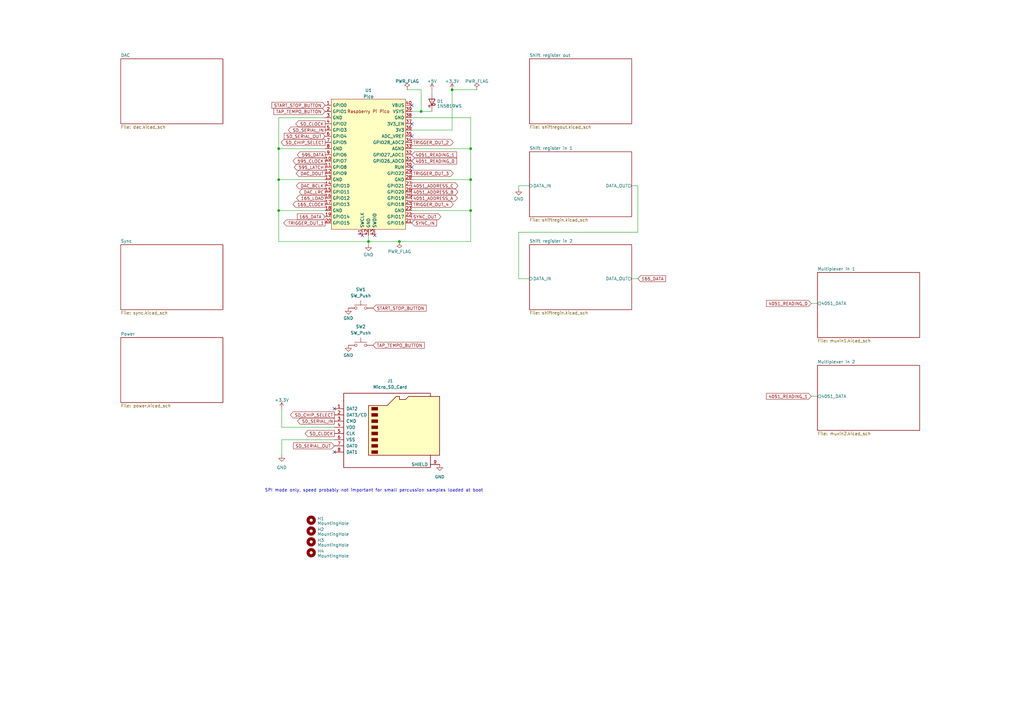
<source format=kicad_sch>
(kicad_sch (version 20230121) (generator eeschema)
  (paper "A3")
  (title_block (title "Drumkid") (rev "2.00"))
  (lib_symbols
    (symbol "Connector:Micro_SD_Card" (pin_names (offset 1.016))
      (property "Reference" "J" (at -16.51 15.24 0))
      (property "Value" "Micro_SD_Card" (at 16.51 15.24 0))
      (symbol "Micro_SD_Card_0_1"
        (rectangle (start -7.62 -9.525) (end -5.08 -10.795) (fill (type outline)))
        (rectangle (start -7.62 -6.985) (end -5.08 -8.255) (fill (type outline)))
        (rectangle (start -7.62 -4.445) (end -5.08 -5.715) (fill (type outline)))
        (rectangle (start -7.62 -1.905) (end -5.08 -3.175) (fill (type outline)))
        (rectangle (start -7.62 0.635) (end -5.08 -0.635) (fill (type outline)))
        (rectangle (start -7.62 3.175) (end -5.08 1.905) (fill (type outline)))
        (rectangle (start -7.62 5.715) (end -5.08 4.445) (fill (type outline)))
        (rectangle (start -7.62 8.255) (end -5.08 6.985) (fill (type outline)))
        (polyline (pts (xy 16.51 12.7) (xy 16.51 13.97) (xy -19.05 13.97) (xy -19.05 -16.51) (xy 16.51 -16.51) (xy 16.51 -11.43)) (stroke (width 0.254)))
        (polyline (pts (xy -8.89 -11.43) (xy -8.89 8.89) (xy -1.27 8.89) (xy 2.54 12.7) (xy 3.81 12.7) (xy 3.81 11.43) (xy 6.35 11.43) (xy 7.62 12.7) (xy 20.32 12.7) (xy 20.32 -11.43) (xy -8.89 -11.43)) (stroke (width 0.254)) (fill (type background)))
      )
      (symbol "Micro_SD_Card_1_1"
        (pin bidirectional line (at -22.86 7.62 0) (length 3.81) (name "DAT2") (number "1"))
        (pin bidirectional line (at -22.86 5.08 0) (length 3.81) (name "DAT3/CD") (number "2"))
        (pin input line (at -22.86 2.54 0) (length 3.81) (name "CMD") (number "3"))
        (pin power_in line (at -22.86 0 0) (length 3.81) (name "VDD") (number "4"))
        (pin input line (at -22.86 -2.54 0) (length 3.81) (name "CLK") (number "5"))
        (pin power_in line (at -22.86 -5.08 0) (length 3.81) (name "VSS") (number "6"))
        (pin bidirectional line (at -22.86 -7.62 0) (length 3.81) (name "DAT0") (number "7"))
        (pin bidirectional line (at -22.86 -10.16 0) (length 3.81) (name "DAT1") (number "8"))
        (pin passive line (at 20.32 -15.24 180) (length 3.81) (name "SHIELD") (number "9"))
      )
    )
    (symbol "Diode:1N5819WS" (pin_numbers hide) (pin_names (offset 1.016) hide)
      (property "Reference" "D" (at 0 2.54 0))
      (property "Value" "1N5819WS" (at 0 -2.54 0))
      (symbol "1N5819WS_0_1"
        (polyline (pts (xy 1.27 0) (xy -1.27 0)))
        (polyline (pts (xy 1.27 1.27) (xy 1.27 -1.27) (xy -1.27 0) (xy 1.27 1.27)) (stroke (width 0.254)))
        (polyline (pts (xy -1.905 0.635) (xy -1.905 1.27) (xy -1.27 1.27) (xy -1.27 -1.27) (xy -0.635 -1.27) (xy -0.635 -0.635)) (stroke (width 0.254)))
      )
      (symbol "1N5819WS_1_1"
        (pin passive line (at -3.81 0 0) (length 2.54) (name "K") (number "1"))
        (pin passive line (at 3.81 0 180) (length 2.54) (name "A") (number "2"))
      )
    )
    (symbol "MCU_RaspberryPi_and_Boards:Pico"
      (property "Reference" "U" (at -13.97 27.94 0))
      (property "Value" "Pico" (at 0 19.05 0))
      (symbol "Pico_0_0"
        (text "Raspberry Pi Pico" (at 0 21.59 0) (effects (font (size 1.27 1.27))))
      )
      (symbol "Pico_0_1"
        (rectangle (start -15.24 26.67) (end 15.24 -26.67) (fill (type background)))
      )
      (symbol "Pico_1_1"
        (pin bidirectional line (at -17.78 24.13 0) (length 2.54) (name "GPIO0") (number "1"))
        (pin bidirectional line (at -17.78 1.27 0) (length 2.54) (name "GPIO7") (number "10"))
        (pin bidirectional line (at -17.78 -1.27 0) (length 2.54) (name "GPIO8") (number "11"))
        (pin bidirectional line (at -17.78 -3.81 0) (length 2.54) (name "GPIO9") (number "12"))
        (pin power_in line (at -17.78 -6.35 0) (length 2.54) (name "GND") (number "13"))
        (pin bidirectional line (at -17.78 -8.89 0) (length 2.54) (name "GPIO10") (number "14"))
        (pin bidirectional line (at -17.78 -11.43 0) (length 2.54) (name "GPIO11") (number "15"))
        (pin bidirectional line (at -17.78 -13.97 0) (length 2.54) (name "GPIO12") (number "16"))
        (pin bidirectional line (at -17.78 -16.51 0) (length 2.54) (name "GPIO13") (number "17"))
        (pin power_in line (at -17.78 -19.05 0) (length 2.54) (name "GND") (number "18"))
        (pin bidirectional line (at -17.78 -21.59 0) (length 2.54) (name "GPIO14") (number "19"))
        (pin bidirectional line (at -17.78 21.59 0) (length 2.54) (name "GPIO1") (number "2"))
        (pin bidirectional line (at -17.78 -24.13 0) (length 2.54) (name "GPIO15") (number "20"))
        (pin bidirectional line (at 17.78 -24.13 180) (length 2.54) (name "GPIO16") (number "21"))
        (pin bidirectional line (at 17.78 -21.59 180) (length 2.54) (name "GPIO17") (number "22"))
        (pin power_in line (at 17.78 -19.05 180) (length 2.54) (name "GND") (number "23"))
        (pin bidirectional line (at 17.78 -16.51 180) (length 2.54) (name "GPIO18") (number "24"))
        (pin bidirectional line (at 17.78 -13.97 180) (length 2.54) (name "GPIO19") (number "25"))
        (pin bidirectional line (at 17.78 -11.43 180) (length 2.54) (name "GPIO20") (number "26"))
        (pin bidirectional line (at 17.78 -8.89 180) (length 2.54) (name "GPIO21") (number "27"))
        (pin power_in line (at 17.78 -6.35 180) (length 2.54) (name "GND") (number "28"))
        (pin bidirectional line (at 17.78 -3.81 180) (length 2.54) (name "GPIO22") (number "29"))
        (pin power_in line (at -17.78 19.05 0) (length 2.54) (name "GND") (number "3"))
        (pin input line (at 17.78 -1.27 180) (length 2.54) (name "RUN") (number "30"))
        (pin bidirectional line (at 17.78 1.27 180) (length 2.54) (name "GPIO26_ADC0") (number "31"))
        (pin bidirectional line (at 17.78 3.81 180) (length 2.54) (name "GPIO27_ADC1") (number "32"))
        (pin power_in line (at 17.78 6.35 180) (length 2.54) (name "AGND") (number "33"))
        (pin bidirectional line (at 17.78 8.89 180) (length 2.54) (name "GPIO28_ADC2") (number "34"))
        (pin power_in line (at 17.78 11.43 180) (length 2.54) (name "ADC_VREF") (number "35"))
        (pin power_in line (at 17.78 13.97 180) (length 2.54) (name "3V3") (number "36"))
        (pin input line (at 17.78 16.51 180) (length 2.54) (name "3V3_EN") (number "37"))
        (pin bidirectional line (at 17.78 19.05 180) (length 2.54) (name "GND") (number "38"))
        (pin power_in line (at 17.78 21.59 180) (length 2.54) (name "VSYS") (number "39"))
        (pin bidirectional line (at -17.78 16.51 0) (length 2.54) (name "GPIO2") (number "4"))
        (pin power_in line (at 17.78 24.13 180) (length 2.54) (name "VBUS") (number "40"))
        (pin input line (at -2.54 -29.21 90) (length 2.54) (name "SWCLK") (number "41"))
        (pin power_in line (at 0 -29.21 90) (length 2.54) (name "GND") (number "42"))
        (pin bidirectional line (at 2.54 -29.21 90) (length 2.54) (name "SWDIO") (number "43"))
        (pin bidirectional line (at -17.78 13.97 0) (length 2.54) (name "GPIO3") (number "5"))
        (pin bidirectional line (at -17.78 11.43 0) (length 2.54) (name "GPIO4") (number "6"))
        (pin bidirectional line (at -17.78 8.89 0) (length 2.54) (name "GPIO5") (number "7"))
        (pin power_in line (at -17.78 6.35 0) (length 2.54) (name "GND") (number "8"))
        (pin bidirectional line (at -17.78 3.81 0) (length 2.54) (name "GPIO6") (number "9"))
      )
    )
    (symbol "Mechanical:MountingHole" (pin_names (offset 1.016))
      (property "Reference" "H" (at 0 5.08 0))
      (property "Value" "MountingHole" (at 0 3.175 0))
      (symbol "MountingHole_0_1"
        (circle (center 0 0) (radius 1.27) (stroke (width 1.27)))
      )
    )
    (symbol "Switch:SW_Push" (pin_numbers hide) (pin_names (offset 1.016) hide)
      (property "Reference" "SW" (at 1.27 2.54 0))
      (property "Value" "SW_Push" (at 0 -1.524 0))
      (symbol "SW_Push_0_1"
        (circle (center -2.032 0) (radius 0.508))
        (polyline (pts (xy 0 1.27) (xy 0 3.048)))
        (polyline (pts (xy 2.54 1.27) (xy -2.54 1.27)))
        (circle (center 2.032 0) (radius 0.508))
        (pin passive line (at -5.08 0 0) (length 2.54) (name "1") (number "1"))
        (pin passive line (at 5.08 0 180) (length 2.54) (name "2") (number "2"))
      )
    )
    (symbol "power:+3.3V" (power) (pin_names (offset 0))
      (property "Value" "+3.3V" (at 0 3.556 0))
      (symbol "+3.3V_0_1"
        (polyline (pts (xy -0.762 1.27) (xy 0 2.54)))
        (polyline (pts (xy 0 0) (xy 0 2.54)))
        (polyline (pts (xy 0 2.54) (xy 0.762 1.27)))
      )
      (symbol "+3.3V_1_1"
        (pin power_in line (at 0 0 90) (length 0) hide (name "+3.3V") (number "1"))
      )
    )
    (symbol "power:+5V" (power) (pin_names (offset 0))
      (property "Value" "+5V" (at 0 3.556 0))
      (symbol "+5V_0_1"
        (polyline (pts (xy -0.762 1.27) (xy 0 2.54)))
        (polyline (pts (xy 0 0) (xy 0 2.54)))
        (polyline (pts (xy 0 2.54) (xy 0.762 1.27)))
      )
      (symbol "+5V_1_1"
        (pin power_in line (at 0 0 90) (length 0) hide (name "+5V") (number "1"))
      )
    )
    (symbol "power:GND" (power) (pin_names (offset 0))
      (property "Value" "GND" (at 0 -3.81 0))
      (symbol "GND_0_1"
        (polyline (pts (xy 0 0) (xy 0 -1.27) (xy 1.27 -1.27) (xy 0 -2.54) (xy -1.27 -1.27) (xy 0 -1.27)))
      )
      (symbol "GND_1_1"
        (pin power_in line (at 0 0 270) (length 0) hide (name "GND") (number "1"))
      )
    )
    (symbol "power:PWR_FLAG" (power) (pin_numbers hide) (pin_names (offset 0) hide)
      (property "Value" "PWR_FLAG" (at 0 3.81 0))
      (symbol "PWR_FLAG_0_0"
        (pin power_out line (at 0 0 90) (length 0) (name "pwr") (number "1"))
      )
      (symbol "PWR_FLAG_0_1"
        (polyline (pts (xy 0 0) (xy 0 1.27) (xy -1.016 1.905) (xy 0 2.54) (xy 1.016 1.905) (xy 0 1.27)))
      )
    )
  )
  (junction (at 114.3 60.96))
  (junction (at 193.04 60.96))
  (junction (at 185.42 36.83))
  (junction (at 193.04 86.36))
  (junction (at 172.72 45.72))
  (junction (at 151.13 99.06))
  (junction (at 193.04 73.66))
  (junction (at 163.83 99.06))
  (junction (at 114.3 73.66))
  (junction (at 114.3 86.36))
  (no_connect (at 148.59 96.52))
  (no_connect (at 168.91 55.88))
  (no_connect (at 168.91 43.18))
  (no_connect (at 137.16 185.42))
  (no_connect (at 137.16 167.64))
  (no_connect (at 168.91 68.58))
  (no_connect (at 153.67 96.52))
  (no_connect (at 168.91 50.8))
  (wire (pts (xy 168.91 86.36) (xy 193.04 86.36)))
  (wire (pts (xy 168.91 73.66) (xy 193.04 73.66)))
  (wire (pts (xy 114.3 86.36) (xy 114.3 99.06)))
  (wire (pts (xy 332.74 162.56) (xy 335.28 162.56)))
  (wire (pts (xy 163.83 99.06) (xy 193.04 99.06)))
  (wire (pts (xy 151.13 99.06) (xy 163.83 99.06)))
  (wire (pts (xy 185.42 36.83) (xy 195.58 36.83)))
  (wire (pts (xy 168.91 53.34) (xy 185.42 53.34)))
  (wire (pts (xy 261.62 76.2) (xy 261.62 95.25)))
  (wire (pts (xy 172.72 45.72) (xy 177.165 45.72)))
  (wire (pts (xy 212.725 114.3) (xy 217.17 114.3)))
  (wire (pts (xy 193.04 86.36) (xy 193.04 99.06)))
  (wire (pts (xy 137.16 180.34) (xy 115.57 180.34)))
  (wire (pts (xy 172.72 36.83) (xy 172.72 45.72)))
  (wire (pts (xy 115.57 175.26) (xy 137.16 175.26)))
  (wire (pts (xy 212.725 77.47) (xy 212.725 76.2)))
  (wire (pts (xy 115.57 180.34) (xy 115.57 186.69)))
  (wire (pts (xy 259.08 76.2) (xy 261.62 76.2)))
  (wire (pts (xy 114.3 73.66) (xy 114.3 86.36)))
  (wire (pts (xy 261.62 95.25) (xy 212.725 95.25)))
  (wire (pts (xy 185.42 36.83) (xy 185.42 53.34)))
  (wire (pts (xy 114.3 48.26) (xy 133.35 48.26)))
  (wire (pts (xy 212.725 95.25) (xy 212.725 114.3)))
  (wire (pts (xy 151.13 99.06) (xy 151.13 100.33)))
  (wire (pts (xy 115.57 167.64) (xy 115.57 175.26)))
  (wire (pts (xy 114.3 86.36) (xy 133.35 86.36)))
  (wire (pts (xy 168.91 48.26) (xy 193.04 48.26)))
  (wire (pts (xy 193.04 73.66) (xy 193.04 60.96)))
  (wire (pts (xy 167.005 36.83) (xy 172.72 36.83)))
  (wire (pts (xy 151.13 99.06) (xy 114.3 99.06)))
  (wire (pts (xy 168.91 60.96) (xy 193.04 60.96)))
  (wire (pts (xy 114.3 73.66) (xy 133.35 73.66)))
  (wire (pts (xy 332.74 124.46) (xy 335.28 124.46)))
  (wire (pts (xy 151.13 96.52) (xy 151.13 99.06)))
  (wire (pts (xy 212.725 76.2) (xy 217.17 76.2)))
  (wire (pts (xy 193.04 86.36) (xy 193.04 73.66)))
  (wire (pts (xy 114.3 60.96) (xy 114.3 48.26)))
  (wire (pts (xy 177.165 36.83) (xy 177.165 38.1)))
  (wire (pts (xy 114.3 60.96) (xy 114.3 73.66)))
  (wire (pts (xy 133.35 60.96) (xy 114.3 60.96)))
  (wire (pts (xy 259.08 114.3) (xy 261.62 114.3)))
  (wire (pts (xy 193.04 60.96) (xy 193.04 48.26)))
  (wire (pts (xy 168.91 45.72) (xy 172.72 45.72)))
  (text "SPI mode only, speed probably not important for small percussion samples loaded at boot" (at 108.585 201.93 0) (effects (font (size 1.27 1.27)) (justify left bottom)))
  (global_label "165_CLOCK" (shape output) (at 133.35 83.82 180) (property "Intersheetrefs" "${INTERSHEET_REFS}" (effects hide)))
  (global_label "165_DATA" (shape input) (at 261.62 114.3 0) (property "Intersheetrefs" "${INTERSHEET_REFS}" (effects hide)))
  (global_label "SD_CHIP_SELECT" (shape output) (at 137.16 170.18 180) (property "Intersheetrefs" "${INTERSHEET_REFS}" (effects hide)))
  (global_label "TRIGGER_OUT_3" (shape output) (at 168.91 71.12 0) (property "Intersheetrefs" "${INTERSHEET_REFS}" (effects hide)))
  (global_label "START_STOP_BUTTON" (shape input) (at 133.35 43.18 180) (property "Intersheetrefs" "${INTERSHEET_REFS}" (effects hide)))
  (global_label "4051_READING_0" (shape input) (at 168.91 66.04 0) (property "Intersheetrefs" "${INTERSHEET_REFS}" (effects hide)))
  (global_label "4051_ADDRESS_C" (shape output) (at 168.91 76.2 0) (property "Intersheetrefs" "${INTERSHEET_REFS}" (effects hide)))
  (global_label "SYNC_OUT" (shape output) (at 168.91 88.9 0) (property "Intersheetrefs" "${INTERSHEET_REFS}" (effects hide)))
  (global_label "165_DATA" (shape input) (at 133.35 88.9 180) (property "Intersheetrefs" "${INTERSHEET_REFS}" (effects hide)))
  (global_label "SD_SERIAL_IN" (shape output) (at 137.16 172.72 180) (property "Intersheetrefs" "${INTERSHEET_REFS}" (effects hide)))
  (global_label "TRIGGER_OUT_1" (shape output) (at 133.35 91.44 180) (property "Intersheetrefs" "${INTERSHEET_REFS}" (effects hide)))
  (global_label "START_STOP_BUTTON" (shape input) (at 153.035 126.365 0) (property "Intersheetrefs" "${INTERSHEET_REFS}" (effects hide)))
  (global_label "4051_ADDRESS_A" (shape output) (at 168.91 81.28 0) (property "Intersheetrefs" "${INTERSHEET_REFS}" (effects hide)))
  (global_label "DAC_DOUT" (shape output) (at 133.35 71.12 180) (property "Intersheetrefs" "${INTERSHEET_REFS}" (effects hide)))
  (global_label "TRIGGER_OUT_2" (shape output) (at 168.91 58.42 0) (property "Intersheetrefs" "${INTERSHEET_REFS}" (effects hide)))
  (global_label "4051_ADDRESS_B" (shape output) (at 168.91 78.74 0) (property "Intersheetrefs" "${INTERSHEET_REFS}" (effects hide)))
  (global_label "SD_CHIP_SELECT" (shape output) (at 133.35 58.42 180) (property "Intersheetrefs" "${INTERSHEET_REFS}" (effects hide)))
  (global_label "595_DATA" (shape output) (at 133.35 63.5 180) (property "Intersheetrefs" "${INTERSHEET_REFS}" (effects hide)))
  (global_label "165_LOAD" (shape output) (at 133.35 81.28 180) (property "Intersheetrefs" "${INTERSHEET_REFS}" (effects hide)))
  (global_label "SD_SERIAL_OUT" (shape input) (at 137.16 182.88 180) (property "Intersheetrefs" "${INTERSHEET_REFS}" (effects hide)))
  (global_label "SYNC_IN" (shape input) (at 168.91 91.44 0) (property "Intersheetrefs" "${INTERSHEET_REFS}" (effects hide)))
  (global_label "595_LATCH" (shape output) (at 133.35 68.58 180) (property "Intersheetrefs" "${INTERSHEET_REFS}" (effects hide)))
  (global_label "TRIGGER_OUT_4" (shape output) (at 168.91 83.82 0) (property "Intersheetrefs" "${INTERSHEET_REFS}" (effects hide)))
  (global_label "SD_SERIAL_OUT" (shape input) (at 133.35 55.88 180) (property "Intersheetrefs" "${INTERSHEET_REFS}" (effects hide)))
  (global_label "SD_SERIAL_IN" (shape output) (at 133.35 53.34 180) (property "Intersheetrefs" "${INTERSHEET_REFS}" (effects hide)))
  (global_label "TAP_TEMPO_BUTTON" (shape input) (at 133.35 45.72 180) (property "Intersheetrefs" "${INTERSHEET_REFS}" (effects hide)))
  (global_label "SD_CLOCK" (shape output) (at 133.35 50.8 180) (property "Intersheetrefs" "${INTERSHEET_REFS}" (effects hide)))
  (global_label "4051_READING_1" (shape input) (at 332.74 162.56 180) (property "Intersheetrefs" "${INTERSHEET_REFS}" (effects hide)))
  (global_label "TAP_TEMPO_BUTTON" (shape input) (at 153.035 141.605 0) (property "Intersheetrefs" "${INTERSHEET_REFS}" (effects hide)))
  (global_label "595_CLOCK" (shape output) (at 133.35 66.04 180) (property "Intersheetrefs" "${INTERSHEET_REFS}" (effects hide)))
  (global_label "4051_READING_0" (shape input) (at 332.74 124.46 180) (property "Intersheetrefs" "${INTERSHEET_REFS}" (effects hide)))
  (global_label "DAC_LRC" (shape output) (at 133.35 78.74 180) (property "Intersheetrefs" "${INTERSHEET_REFS}" (effects hide)))
  (global_label "4051_READING_1" (shape input) (at 168.91 63.5 0) (property "Intersheetrefs" "${INTERSHEET_REFS}" (effects hide)))
  (global_label "SD_CLOCK" (shape output) (at 137.16 177.8 180) (property "Intersheetrefs" "${INTERSHEET_REFS}" (effects hide)))
  (global_label "DAC_BCLK" (shape output) (at 133.35 76.2 180) (property "Intersheetrefs" "${INTERSHEET_REFS}" (effects hide)))
  (symbol (lib_id "power:GND") (at 142.875 141.605 0) (unit 1)
    (property "Reference" "#PWR04" (effects hide))
    (property "Value" "GND" (at 142.875 145.7405 0))
  )
  (symbol (lib_id "power:PWR_FLAG") (at 195.58 36.83 0) (unit 1)
    (property "Reference" "#FLG02" (effects hide))
    (property "Value" "PWR_FLAG" (at 195.58 33.3281 0))
  )
  (symbol (lib_id "MCU_RaspberryPi_and_Boards:Pico") (at 151.13 67.31 0) (unit 1)
    (property "Reference" "U1" (at 151.13 37.0672 0))
    (property "Value" "Pico" (at 151.13 39.6041 0))
    (property "Footprint" "MCU_RaspberryPi_and_Boards:RPi_Pico_SMD_TH" (effects hide))
  )
  (symbol (lib_id "power:GND") (at 115.57 186.69 0) (unit 1)
    (property "Reference" "#PWR02" (effects hide))
    (property "Value" "GND" (at 115.57 191.77 0))
  )
  (symbol (lib_id "power:+3.3V") (at 185.42 36.83 0) (unit 1)
    (property "Reference" "#PWR08" (effects hide))
    (property "Value" "+3.3V" (at 185.42 33.3281 0))
  )
  (symbol (lib_id "power:GND") (at 212.725 77.47 0) (unit 1)
    (property "Reference" "#PWR09" (effects hide))
    (property "Value" "GND" (at 212.725 81.6055 0))
  )
  (symbol (lib_id "Switch:SW_Push") (at 147.955 126.365 0) (unit 1)
    (property "Reference" "SW1" (at 147.955 118.745 0))
    (property "Value" "SW_Push" (at 147.955 121.285 0))
    (property "Footprint" "Button_Switch_THT:SW_PUSH-12mm" (effects hide))
  )
  (symbol (lib_id "Mechanical:MountingHole") (at 127.635 222.25 0) (unit 1)
    (property "Reference" "H3" (at 130.175 221.6063 0) (effects (justify left)))
    (property "Value" "MountingHole" (at 130.175 223.5273 0) (effects (justify left)))
    (property "Footprint" "MountingHole:MountingHole_3.2mm_M3" (effects hide))
  )
  (symbol (lib_id "power:GND") (at 142.875 126.365 0) (unit 1)
    (property "Reference" "#PWR03" (effects hide))
    (property "Value" "GND" (at 142.875 130.5005 0))
  )
  (symbol (lib_id "power:+3.3V") (at 115.57 167.64 0) (unit 1)
    (property "Reference" "#PWR01" (effects hide))
    (property "Value" "+3.3V" (at 115.57 164.084 0))
  )
  (symbol (lib_id "Switch:SW_Push") (at 147.955 141.605 0) (unit 1)
    (property "Reference" "SW2" (at 147.955 133.985 0))
    (property "Value" "SW_Push" (at 147.955 136.525 0))
    (property "Footprint" "Button_Switch_THT:SW_PUSH-12mm" (effects hide))
  )
  (symbol (lib_id "power:PWR_FLAG") (at 167.005 36.83 0) (unit 1)
    (property "Reference" "#FLG06" (effects hide))
    (property "Value" "PWR_FLAG" (at 167.005 33.3281 0))
  )
  (symbol (lib_id "Mechanical:MountingHole") (at 127.635 226.695 0) (unit 1)
    (property "Reference" "H4" (at 130.175 226.0513 0) (effects (justify left)))
    (property "Value" "MountingHole" (at 130.175 227.9723 0) (effects (justify left)))
    (property "Footprint" "MountingHole:MountingHole_3.2mm_M3" (effects hide))
  )
  (symbol (lib_id "Mechanical:MountingHole") (at 127.635 213.36 0) (unit 1)
    (property "Reference" "H1" (at 130.175 212.7163 0) (effects (justify left)))
    (property "Value" "MountingHole" (at 130.175 214.6373 0) (effects (justify left)))
    (property "Footprint" "MountingHole:MountingHole_3.2mm_M3" (effects hide))
  )
  (symbol (lib_id "Mechanical:MountingHole") (at 127.635 217.805 0) (unit 1)
    (property "Reference" "H2" (at 130.175 217.1613 0) (effects (justify left)))
    (property "Value" "MountingHole" (at 130.175 219.0823 0) (effects (justify left)))
    (property "Footprint" "MountingHole:MountingHole_3.2mm_M3" (effects hide))
  )
  (symbol (lib_id "power:GND") (at 151.13 100.33 0) (unit 1)
    (property "Reference" "#PWR05" (effects hide))
    (property "Value" "GND" (at 151.13 104.4655 0))
  )
  (symbol (lib_id "power:PWR_FLAG") (at 163.83 99.06 180) (unit 1)
    (property "Reference" "#FLG01" (effects hide))
    (property "Value" "PWR_FLAG" (at 163.83 103.1955 0))
  )
  (symbol (lib_id "power:GND") (at 180.34 190.5 0) (unit 1)
    (property "Reference" "#PWR07" (effects hide))
    (property "Value" "GND" (at 180.34 195.58 0))
  )
  (symbol (lib_id "power:+5V") (at 177.165 36.83 0) (unit 1)
    (property "Reference" "#PWR06" (effects hide))
    (property "Value" "+5V" (at 177.165 33.3281 0))
  )
  (symbol (lib_id "Diode:1N5819WS") (at 177.165 41.91 90) (unit 1)
    (property "Reference" "D1" (at 179.197 41.5838 90) (effects (justify right)))
    (property "Value" "1N5819WS" (at 179.197 43.5048 90) (effects (justify right)))
    (property "Footprint" "Diode_SMD:D_SOD-323" (effects hide))
    (property "Datasheet" "https://datasheet.lcsc.com/lcsc/2204281430_Guangdong-Hottech-1N5819WS_C191023.pdf" (effects hide))
  )
  (symbol (lib_id "Connector:Micro_SD_Card") (at 160.02 175.26 0) (unit 1)
    (property "Reference" "J1" (at 160.02 156.2131 0))
    (property "Value" "Micro_SD_Card" (at 160.02 158.75 0))
    (property "Footprint" "misc:YAMAICHI_MICROSD_VERTICAL" (effects hide))
    (property "Datasheet" "http://katalog.we-online.de/em/datasheet/693072010801.pdf" (effects hide))
  )
  (sheet (at 217.17 100.33) (size 41.91 26.67) (stroke (width 0.1524))
    (property "Sheetname" "Shift register in 2" (at 217.17 99.6184 0) (effects (justify left bottom)))
    (property "Sheetfile" "shiftregin.kicad_sch" (at 217.17 127.5846 0) (effects (justify left top)))
    (pin "DATA_OUT" output (at 259.08 114.3 0))
    (pin "DATA_IN" input (at 217.17 114.3 180))
  )
  (sheet (at 49.53 100.33) (size 41.91 26.67) (stroke (width 0.1524))
    (property "Sheetname" "Sync" (at 49.53 99.6184 0) (effects (justify left bottom)))
    (property "Sheetfile" "sync.kicad_sch" (at 49.53 127.5846 0) (effects (justify left top)))
  )
  (sheet (at 49.53 24.13) (size 41.91 26.67) (stroke (width 0.1524))
    (property "Sheetname" "DAC" (at 49.53 23.4184 0) (effects (justify left bottom)))
    (property "Sheetfile" "dac.kicad_sch" (at 49.53 51.3846 0) (effects (justify left top)))
  )
  (sheet (at 335.28 111.76) (size 41.91 26.67) (stroke (width 0.1524))
    (property "Sheetname" "Multiplexer in 1" (at 335.28 111.0484 0) (effects (justify left bottom)))
    (property "Sheetfile" "muxin1.kicad_sch" (at 335.28 139.0146 0) (effects (justify left top)))
    (pin "4051_DATA" output (at 335.28 124.46 180))
  )
  (sheet (at 49.53 138.43) (size 41.91 26.67) (stroke (width 0.1524))
    (property "Sheetname" "Power" (at 49.53 137.7184 0) (effects (justify left bottom)))
    (property "Sheetfile" "power.kicad_sch" (at 49.53 165.6846 0) (effects (justify left top)))
  )
  (sheet (at 217.17 62.23) (size 41.91 26.67) (stroke (width 0.1524))
    (property "Sheetname" "Shift register in 1" (at 217.17 61.5184 0) (effects (justify left bottom)))
    (property "Sheetfile" "shiftregin.kicad_sch" (at 217.17 89.4846 0) (effects (justify left top)))
    (pin "DATA_OUT" output (at 259.08 76.2 0))
    (pin "DATA_IN" input (at 217.17 76.2 180))
  )
  (sheet (at 335.28 149.86) (size 41.91 26.67) (stroke (width 0.1524))
    (property "Sheetname" "Multiplexer in 2" (at 335.28 149.1484 0) (effects (justify left bottom)))
    (property "Sheetfile" "muxin2.kicad_sch" (at 335.28 177.1146 0) (effects (justify left top)))
    (pin "4051_DATA" output (at 335.28 162.56 180))
  )
  (sheet (at 217.17 24.13) (size 41.91 26.67) (stroke (width 0.1524))
    (property "Sheetname" "Shift register out" (at 217.17 23.4184 0) (effects (justify left bottom)))
    (property "Sheetfile" "shiftregout.kicad_sch" (at 217.17 51.3846 0) (effects (justify left top)))
  )
)
</source>
